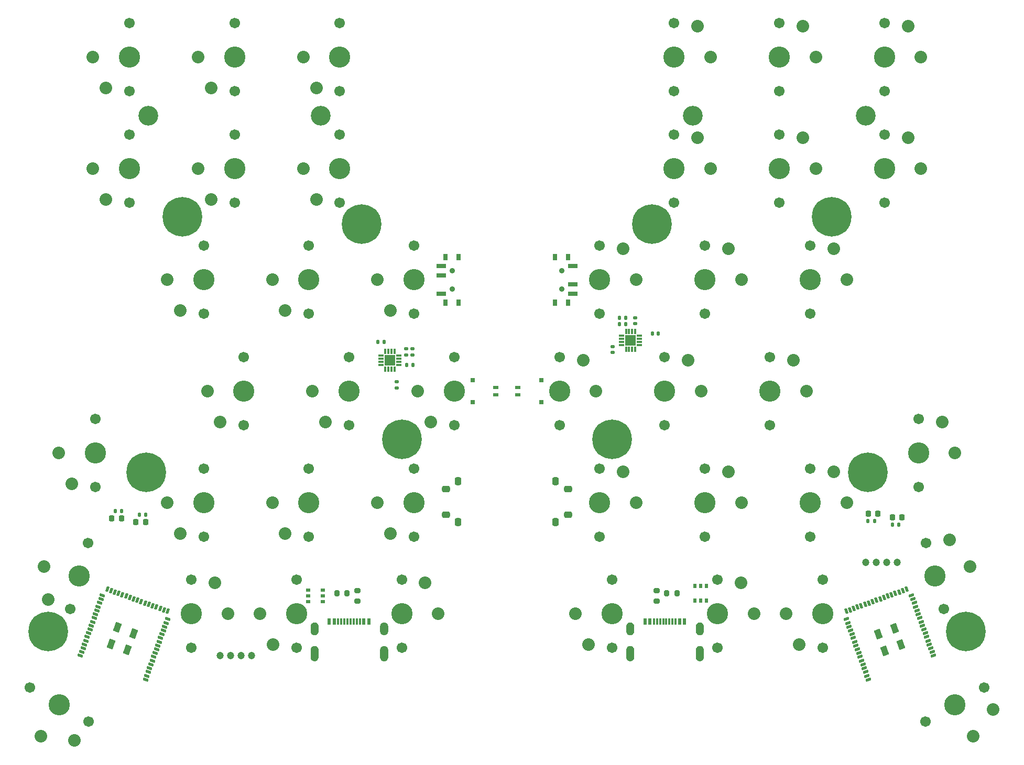
<source format=gts>
G04 #@! TF.GenerationSoftware,KiCad,Pcbnew,(6.0.4-0)*
G04 #@! TF.CreationDate,2022-11-13T14:27:22-06:00*
G04 #@! TF.ProjectId,main,6d61696e-2e6b-4696-9361-645f70636258,0.2*
G04 #@! TF.SameCoordinates,Original*
G04 #@! TF.FileFunction,Soldermask,Top*
G04 #@! TF.FilePolarity,Negative*
%FSLAX46Y46*%
G04 Gerber Fmt 4.6, Leading zero omitted, Abs format (unit mm)*
G04 Created by KiCad (PCBNEW (6.0.4-0)) date 2022-11-13 14:27:22*
%MOMM*%
%LPD*%
G01*
G04 APERTURE LIST*
G04 Aperture macros list*
%AMRoundRect*
0 Rectangle with rounded corners*
0 $1 Rounding radius*
0 $2 $3 $4 $5 $6 $7 $8 $9 X,Y pos of 4 corners*
0 Add a 4 corners polygon primitive as box body*
4,1,4,$2,$3,$4,$5,$6,$7,$8,$9,$2,$3,0*
0 Add four circle primitives for the rounded corners*
1,1,$1+$1,$2,$3*
1,1,$1+$1,$4,$5*
1,1,$1+$1,$6,$7*
1,1,$1+$1,$8,$9*
0 Add four rect primitives between the rounded corners*
20,1,$1+$1,$2,$3,$4,$5,0*
20,1,$1+$1,$4,$5,$6,$7,0*
20,1,$1+$1,$6,$7,$8,$9,0*
20,1,$1+$1,$8,$9,$2,$3,0*%
%AMRotRect*
0 Rectangle, with rotation*
0 The origin of the aperture is its center*
0 $1 length*
0 $2 width*
0 $3 Rotation angle, in degrees counterclockwise*
0 Add horizontal line*
21,1,$1,$2,0,0,$3*%
G04 Aperture macros list end*
%ADD10C,0.010000*%
%ADD11RoundRect,0.112500X0.278669X0.221147X-0.355624X-0.009716X-0.278669X-0.221147X0.355624X0.009716X0*%
%ADD12RoundRect,0.112500X-0.221147X0.278669X0.009716X-0.355624X0.221147X-0.278669X-0.009716X0.355624X0*%
%ADD13RotRect,1.000000X1.500000X200.000000*%
%ADD14RotRect,1.000000X1.500000X160.000000*%
%ADD15RoundRect,0.112500X0.355624X-0.009716X-0.278669X0.221147X-0.355624X0.009716X0.278669X-0.221147X0*%
%ADD16RoundRect,0.112500X0.009716X0.355624X-0.221147X-0.278669X-0.009716X-0.355624X0.221147X0.278669X0*%
%ADD17C,3.429000*%
%ADD18C,1.701800*%
%ADD19C,2.032000*%
%ADD20RoundRect,0.007800X-0.422200X-0.122200X0.422200X-0.122200X0.422200X0.122200X-0.422200X0.122200X0*%
%ADD21RoundRect,0.007800X0.122200X-0.422200X0.122200X0.422200X-0.122200X0.422200X-0.122200X-0.422200X0*%
%ADD22R,1.680000X1.680000*%
%ADD23C,1.200000*%
%ADD24C,0.900000*%
%ADD25R,1.500000X0.700000*%
%ADD26R,0.800000X1.000000*%
%ADD27R,0.600000X1.100000*%
%ADD28R,0.300000X1.100000*%
%ADD29RoundRect,0.218750X0.218750X0.256250X-0.218750X0.256250X-0.218750X-0.256250X0.218750X-0.256250X0*%
%ADD30RoundRect,0.140000X-0.170000X0.140000X-0.170000X-0.140000X0.170000X-0.140000X0.170000X0.140000X0*%
%ADD31R,0.800000X0.550000*%
%ADD32RoundRect,0.135000X-0.135000X-0.185000X0.135000X-0.185000X0.135000X0.185000X-0.135000X0.185000X0*%
%ADD33RoundRect,0.140000X0.140000X0.170000X-0.140000X0.170000X-0.140000X-0.170000X0.140000X-0.170000X0*%
%ADD34RoundRect,0.218750X-0.218750X-0.256250X0.218750X-0.256250X0.218750X0.256250X-0.218750X0.256250X0*%
%ADD35C,3.200000*%
%ADD36RoundRect,0.200000X0.200000X0.275000X-0.200000X0.275000X-0.200000X-0.275000X0.200000X-0.275000X0*%
%ADD37RoundRect,0.250000X-0.400000X0.250000X-0.400000X-0.250000X0.400000X-0.250000X0.400000X0.250000X0*%
%ADD38RoundRect,0.250000X-0.250000X0.400000X-0.250000X-0.400000X0.250000X-0.400000X0.250000X0.400000X0*%
%ADD39R,0.850000X0.600000*%
%ADD40R,0.800000X0.700000*%
%ADD41RoundRect,0.140000X0.170000X-0.140000X0.170000X0.140000X-0.170000X0.140000X-0.170000X-0.140000X0*%
%ADD42RoundRect,0.200000X-0.200000X-0.275000X0.200000X-0.275000X0.200000X0.275000X-0.200000X0.275000X0*%
%ADD43RoundRect,0.135000X0.135000X0.185000X-0.135000X0.185000X-0.135000X-0.185000X0.135000X-0.185000X0*%
%ADD44RoundRect,0.007800X-0.122200X0.422200X-0.122200X-0.422200X0.122200X-0.422200X0.122200X0.422200X0*%
%ADD45RoundRect,0.250000X0.400000X-0.250000X0.400000X0.250000X-0.400000X0.250000X-0.400000X-0.250000X0*%
%ADD46RoundRect,0.250000X0.250000X-0.400000X0.250000X0.400000X-0.250000X0.400000X-0.250000X-0.400000X0*%
%ADD47RoundRect,0.200000X0.275000X-0.200000X0.275000X0.200000X-0.275000X0.200000X-0.275000X-0.200000X0*%
%ADD48RoundRect,0.135000X0.185000X-0.135000X0.185000X0.135000X-0.185000X0.135000X-0.185000X-0.135000X0*%
%ADD49R,0.550000X0.800000*%
%ADD50C,6.400000*%
%ADD51C,0.800000*%
G04 APERTURE END LIST*
G36*
X189605500Y-141065500D02*
G01*
X189667500Y-141075500D01*
X189727500Y-141091500D01*
X189786500Y-141114500D01*
X189842500Y-141142500D01*
X189895500Y-141177500D01*
X189943500Y-141216500D01*
X189988500Y-141261500D01*
X190027500Y-141309500D01*
X190062500Y-141362500D01*
X190090500Y-141418500D01*
X190113500Y-141477500D01*
X190129500Y-141537500D01*
X190139500Y-141599500D01*
X190142500Y-141662500D01*
X190142500Y-142462500D01*
X190139500Y-142525500D01*
X190129500Y-142587500D01*
X190113500Y-142647500D01*
X190090500Y-142706500D01*
X190062500Y-142762500D01*
X190027500Y-142815500D01*
X189988500Y-142863500D01*
X189943500Y-142908500D01*
X189895500Y-142947500D01*
X189842500Y-142982500D01*
X189786500Y-143010500D01*
X189727500Y-143033500D01*
X189667500Y-143049500D01*
X189605500Y-143059500D01*
X189542500Y-143062500D01*
X189479500Y-143059500D01*
X189417500Y-143049500D01*
X189357500Y-143033500D01*
X189298500Y-143010500D01*
X189242500Y-142982500D01*
X189189500Y-142947500D01*
X189141500Y-142908500D01*
X189096500Y-142863500D01*
X189057500Y-142815500D01*
X189022500Y-142762500D01*
X188994500Y-142706500D01*
X188971500Y-142647500D01*
X188955500Y-142587500D01*
X188945500Y-142525500D01*
X188942500Y-142462500D01*
X188942500Y-141662500D01*
X188945500Y-141599500D01*
X188955500Y-141537500D01*
X188971500Y-141477500D01*
X188994500Y-141418500D01*
X189022500Y-141362500D01*
X189057500Y-141309500D01*
X189096500Y-141261500D01*
X189141500Y-141216500D01*
X189189500Y-141177500D01*
X189242500Y-141142500D01*
X189298500Y-141114500D01*
X189357500Y-141091500D01*
X189417500Y-141075500D01*
X189479500Y-141065500D01*
X189542500Y-141062500D01*
X189605500Y-141065500D01*
G37*
D10*
X189605500Y-141065500D02*
X189667500Y-141075500D01*
X189727500Y-141091500D01*
X189786500Y-141114500D01*
X189842500Y-141142500D01*
X189895500Y-141177500D01*
X189943500Y-141216500D01*
X189988500Y-141261500D01*
X190027500Y-141309500D01*
X190062500Y-141362500D01*
X190090500Y-141418500D01*
X190113500Y-141477500D01*
X190129500Y-141537500D01*
X190139500Y-141599500D01*
X190142500Y-141662500D01*
X190142500Y-142462500D01*
X190139500Y-142525500D01*
X190129500Y-142587500D01*
X190113500Y-142647500D01*
X190090500Y-142706500D01*
X190062500Y-142762500D01*
X190027500Y-142815500D01*
X189988500Y-142863500D01*
X189943500Y-142908500D01*
X189895500Y-142947500D01*
X189842500Y-142982500D01*
X189786500Y-143010500D01*
X189727500Y-143033500D01*
X189667500Y-143049500D01*
X189605500Y-143059500D01*
X189542500Y-143062500D01*
X189479500Y-143059500D01*
X189417500Y-143049500D01*
X189357500Y-143033500D01*
X189298500Y-143010500D01*
X189242500Y-142982500D01*
X189189500Y-142947500D01*
X189141500Y-142908500D01*
X189096500Y-142863500D01*
X189057500Y-142815500D01*
X189022500Y-142762500D01*
X188994500Y-142706500D01*
X188971500Y-142647500D01*
X188955500Y-142587500D01*
X188945500Y-142525500D01*
X188942500Y-142462500D01*
X188942500Y-141662500D01*
X188945500Y-141599500D01*
X188955500Y-141537500D01*
X188971500Y-141477500D01*
X188994500Y-141418500D01*
X189022500Y-141362500D01*
X189057500Y-141309500D01*
X189096500Y-141261500D01*
X189141500Y-141216500D01*
X189189500Y-141177500D01*
X189242500Y-141142500D01*
X189298500Y-141114500D01*
X189357500Y-141091500D01*
X189417500Y-141075500D01*
X189479500Y-141065500D01*
X189542500Y-141062500D01*
X189605500Y-141065500D01*
G36*
X200845500Y-144865500D02*
G01*
X200907500Y-144875500D01*
X200967500Y-144891500D01*
X201026500Y-144914500D01*
X201082500Y-144942500D01*
X201135500Y-144977500D01*
X201183500Y-145016500D01*
X201228500Y-145061500D01*
X201267500Y-145109500D01*
X201302500Y-145162500D01*
X201330500Y-145218500D01*
X201353500Y-145277500D01*
X201369500Y-145337500D01*
X201379500Y-145399500D01*
X201382500Y-145462500D01*
X201382500Y-146662500D01*
X201379500Y-146725500D01*
X201369500Y-146787500D01*
X201353500Y-146847500D01*
X201330500Y-146906500D01*
X201302500Y-146962500D01*
X201267500Y-147015500D01*
X201228500Y-147063500D01*
X201183500Y-147108500D01*
X201135500Y-147147500D01*
X201082500Y-147182500D01*
X201026500Y-147210500D01*
X200967500Y-147233500D01*
X200907500Y-147249500D01*
X200845500Y-147259500D01*
X200782500Y-147262500D01*
X200719500Y-147259500D01*
X200657500Y-147249500D01*
X200597500Y-147233500D01*
X200538500Y-147210500D01*
X200482500Y-147182500D01*
X200429500Y-147147500D01*
X200381500Y-147108500D01*
X200336500Y-147063500D01*
X200297500Y-147015500D01*
X200262500Y-146962500D01*
X200234500Y-146906500D01*
X200211500Y-146847500D01*
X200195500Y-146787500D01*
X200185500Y-146725500D01*
X200182500Y-146662500D01*
X200182500Y-145462500D01*
X200185500Y-145399500D01*
X200195500Y-145337500D01*
X200211500Y-145277500D01*
X200234500Y-145218500D01*
X200262500Y-145162500D01*
X200297500Y-145109500D01*
X200336500Y-145061500D01*
X200381500Y-145016500D01*
X200429500Y-144977500D01*
X200482500Y-144942500D01*
X200538500Y-144914500D01*
X200597500Y-144891500D01*
X200657500Y-144875500D01*
X200719500Y-144865500D01*
X200782500Y-144862500D01*
X200845500Y-144865500D01*
G37*
X200845500Y-144865500D02*
X200907500Y-144875500D01*
X200967500Y-144891500D01*
X201026500Y-144914500D01*
X201082500Y-144942500D01*
X201135500Y-144977500D01*
X201183500Y-145016500D01*
X201228500Y-145061500D01*
X201267500Y-145109500D01*
X201302500Y-145162500D01*
X201330500Y-145218500D01*
X201353500Y-145277500D01*
X201369500Y-145337500D01*
X201379500Y-145399500D01*
X201382500Y-145462500D01*
X201382500Y-146662500D01*
X201379500Y-146725500D01*
X201369500Y-146787500D01*
X201353500Y-146847500D01*
X201330500Y-146906500D01*
X201302500Y-146962500D01*
X201267500Y-147015500D01*
X201228500Y-147063500D01*
X201183500Y-147108500D01*
X201135500Y-147147500D01*
X201082500Y-147182500D01*
X201026500Y-147210500D01*
X200967500Y-147233500D01*
X200907500Y-147249500D01*
X200845500Y-147259500D01*
X200782500Y-147262500D01*
X200719500Y-147259500D01*
X200657500Y-147249500D01*
X200597500Y-147233500D01*
X200538500Y-147210500D01*
X200482500Y-147182500D01*
X200429500Y-147147500D01*
X200381500Y-147108500D01*
X200336500Y-147063500D01*
X200297500Y-147015500D01*
X200262500Y-146962500D01*
X200234500Y-146906500D01*
X200211500Y-146847500D01*
X200195500Y-146787500D01*
X200185500Y-146725500D01*
X200182500Y-146662500D01*
X200182500Y-145462500D01*
X200185500Y-145399500D01*
X200195500Y-145337500D01*
X200211500Y-145277500D01*
X200234500Y-145218500D01*
X200262500Y-145162500D01*
X200297500Y-145109500D01*
X200336500Y-145061500D01*
X200381500Y-145016500D01*
X200429500Y-144977500D01*
X200482500Y-144942500D01*
X200538500Y-144914500D01*
X200597500Y-144891500D01*
X200657500Y-144875500D01*
X200719500Y-144865500D01*
X200782500Y-144862500D01*
X200845500Y-144865500D01*
G36*
X189605500Y-144865500D02*
G01*
X189667500Y-144875500D01*
X189727500Y-144891500D01*
X189786500Y-144914500D01*
X189842500Y-144942500D01*
X189895500Y-144977500D01*
X189943500Y-145016500D01*
X189988500Y-145061500D01*
X190027500Y-145109500D01*
X190062500Y-145162500D01*
X190090500Y-145218500D01*
X190113500Y-145277500D01*
X190129500Y-145337500D01*
X190139500Y-145399500D01*
X190142500Y-145462500D01*
X190142500Y-146662500D01*
X190139500Y-146725500D01*
X190129500Y-146787500D01*
X190113500Y-146847500D01*
X190090500Y-146906500D01*
X190062500Y-146962500D01*
X190027500Y-147015500D01*
X189988500Y-147063500D01*
X189943500Y-147108500D01*
X189895500Y-147147500D01*
X189842500Y-147182500D01*
X189786500Y-147210500D01*
X189727500Y-147233500D01*
X189667500Y-147249500D01*
X189605500Y-147259500D01*
X189542500Y-147262500D01*
X189479500Y-147259500D01*
X189417500Y-147249500D01*
X189357500Y-147233500D01*
X189298500Y-147210500D01*
X189242500Y-147182500D01*
X189189500Y-147147500D01*
X189141500Y-147108500D01*
X189096500Y-147063500D01*
X189057500Y-147015500D01*
X189022500Y-146962500D01*
X188994500Y-146906500D01*
X188971500Y-146847500D01*
X188955500Y-146787500D01*
X188945500Y-146725500D01*
X188942500Y-146662500D01*
X188942500Y-145462500D01*
X188945500Y-145399500D01*
X188955500Y-145337500D01*
X188971500Y-145277500D01*
X188994500Y-145218500D01*
X189022500Y-145162500D01*
X189057500Y-145109500D01*
X189096500Y-145061500D01*
X189141500Y-145016500D01*
X189189500Y-144977500D01*
X189242500Y-144942500D01*
X189298500Y-144914500D01*
X189357500Y-144891500D01*
X189417500Y-144875500D01*
X189479500Y-144865500D01*
X189542500Y-144862500D01*
X189605500Y-144865500D01*
G37*
X189605500Y-144865500D02*
X189667500Y-144875500D01*
X189727500Y-144891500D01*
X189786500Y-144914500D01*
X189842500Y-144942500D01*
X189895500Y-144977500D01*
X189943500Y-145016500D01*
X189988500Y-145061500D01*
X190027500Y-145109500D01*
X190062500Y-145162500D01*
X190090500Y-145218500D01*
X190113500Y-145277500D01*
X190129500Y-145337500D01*
X190139500Y-145399500D01*
X190142500Y-145462500D01*
X190142500Y-146662500D01*
X190139500Y-146725500D01*
X190129500Y-146787500D01*
X190113500Y-146847500D01*
X190090500Y-146906500D01*
X190062500Y-146962500D01*
X190027500Y-147015500D01*
X189988500Y-147063500D01*
X189943500Y-147108500D01*
X189895500Y-147147500D01*
X189842500Y-147182500D01*
X189786500Y-147210500D01*
X189727500Y-147233500D01*
X189667500Y-147249500D01*
X189605500Y-147259500D01*
X189542500Y-147262500D01*
X189479500Y-147259500D01*
X189417500Y-147249500D01*
X189357500Y-147233500D01*
X189298500Y-147210500D01*
X189242500Y-147182500D01*
X189189500Y-147147500D01*
X189141500Y-147108500D01*
X189096500Y-147063500D01*
X189057500Y-147015500D01*
X189022500Y-146962500D01*
X188994500Y-146906500D01*
X188971500Y-146847500D01*
X188955500Y-146787500D01*
X188945500Y-146725500D01*
X188942500Y-146662500D01*
X188942500Y-145462500D01*
X188945500Y-145399500D01*
X188955500Y-145337500D01*
X188971500Y-145277500D01*
X188994500Y-145218500D01*
X189022500Y-145162500D01*
X189057500Y-145109500D01*
X189096500Y-145061500D01*
X189141500Y-145016500D01*
X189189500Y-144977500D01*
X189242500Y-144942500D01*
X189298500Y-144914500D01*
X189357500Y-144891500D01*
X189417500Y-144875500D01*
X189479500Y-144865500D01*
X189542500Y-144862500D01*
X189605500Y-144865500D01*
G36*
X200845500Y-141065500D02*
G01*
X200907500Y-141075500D01*
X200967500Y-141091500D01*
X201026500Y-141114500D01*
X201082500Y-141142500D01*
X201135500Y-141177500D01*
X201183500Y-141216500D01*
X201228500Y-141261500D01*
X201267500Y-141309500D01*
X201302500Y-141362500D01*
X201330500Y-141418500D01*
X201353500Y-141477500D01*
X201369500Y-141537500D01*
X201379500Y-141599500D01*
X201382500Y-141662500D01*
X201382500Y-142462500D01*
X201379500Y-142525500D01*
X201369500Y-142587500D01*
X201353500Y-142647500D01*
X201330500Y-142706500D01*
X201302500Y-142762500D01*
X201267500Y-142815500D01*
X201228500Y-142863500D01*
X201183500Y-142908500D01*
X201135500Y-142947500D01*
X201082500Y-142982500D01*
X201026500Y-143010500D01*
X200967500Y-143033500D01*
X200907500Y-143049500D01*
X200845500Y-143059500D01*
X200782500Y-143062500D01*
X200719500Y-143059500D01*
X200657500Y-143049500D01*
X200597500Y-143033500D01*
X200538500Y-143010500D01*
X200482500Y-142982500D01*
X200429500Y-142947500D01*
X200381500Y-142908500D01*
X200336500Y-142863500D01*
X200297500Y-142815500D01*
X200262500Y-142762500D01*
X200234500Y-142706500D01*
X200211500Y-142647500D01*
X200195500Y-142587500D01*
X200185500Y-142525500D01*
X200182500Y-142462500D01*
X200182500Y-141662500D01*
X200185500Y-141599500D01*
X200195500Y-141537500D01*
X200211500Y-141477500D01*
X200234500Y-141418500D01*
X200262500Y-141362500D01*
X200297500Y-141309500D01*
X200336500Y-141261500D01*
X200381500Y-141216500D01*
X200429500Y-141177500D01*
X200482500Y-141142500D01*
X200538500Y-141114500D01*
X200597500Y-141091500D01*
X200657500Y-141075500D01*
X200719500Y-141065500D01*
X200782500Y-141062500D01*
X200845500Y-141065500D01*
G37*
X200845500Y-141065500D02*
X200907500Y-141075500D01*
X200967500Y-141091500D01*
X201026500Y-141114500D01*
X201082500Y-141142500D01*
X201135500Y-141177500D01*
X201183500Y-141216500D01*
X201228500Y-141261500D01*
X201267500Y-141309500D01*
X201302500Y-141362500D01*
X201330500Y-141418500D01*
X201353500Y-141477500D01*
X201369500Y-141537500D01*
X201379500Y-141599500D01*
X201382500Y-141662500D01*
X201382500Y-142462500D01*
X201379500Y-142525500D01*
X201369500Y-142587500D01*
X201353500Y-142647500D01*
X201330500Y-142706500D01*
X201302500Y-142762500D01*
X201267500Y-142815500D01*
X201228500Y-142863500D01*
X201183500Y-142908500D01*
X201135500Y-142947500D01*
X201082500Y-142982500D01*
X201026500Y-143010500D01*
X200967500Y-143033500D01*
X200907500Y-143049500D01*
X200845500Y-143059500D01*
X200782500Y-143062500D01*
X200719500Y-143059500D01*
X200657500Y-143049500D01*
X200597500Y-143033500D01*
X200538500Y-143010500D01*
X200482500Y-142982500D01*
X200429500Y-142947500D01*
X200381500Y-142908500D01*
X200336500Y-142863500D01*
X200297500Y-142815500D01*
X200262500Y-142762500D01*
X200234500Y-142706500D01*
X200211500Y-142647500D01*
X200195500Y-142587500D01*
X200185500Y-142525500D01*
X200182500Y-142462500D01*
X200182500Y-141662500D01*
X200185500Y-141599500D01*
X200195500Y-141537500D01*
X200211500Y-141477500D01*
X200234500Y-141418500D01*
X200262500Y-141362500D01*
X200297500Y-141309500D01*
X200336500Y-141261500D01*
X200381500Y-141216500D01*
X200429500Y-141177500D01*
X200482500Y-141142500D01*
X200538500Y-141114500D01*
X200597500Y-141091500D01*
X200657500Y-141075500D01*
X200719500Y-141065500D01*
X200782500Y-141062500D01*
X200845500Y-141065500D01*
G36*
X149845500Y-144865500D02*
G01*
X149907500Y-144875500D01*
X149967500Y-144891500D01*
X150026500Y-144914500D01*
X150082500Y-144942500D01*
X150135500Y-144977500D01*
X150183500Y-145016500D01*
X150228500Y-145061500D01*
X150267500Y-145109500D01*
X150302500Y-145162500D01*
X150330500Y-145218500D01*
X150353500Y-145277500D01*
X150369500Y-145337500D01*
X150379500Y-145399500D01*
X150382500Y-145462500D01*
X150382500Y-146662500D01*
X150379500Y-146725500D01*
X150369500Y-146787500D01*
X150353500Y-146847500D01*
X150330500Y-146906500D01*
X150302500Y-146962500D01*
X150267500Y-147015500D01*
X150228500Y-147063500D01*
X150183500Y-147108500D01*
X150135500Y-147147500D01*
X150082500Y-147182500D01*
X150026500Y-147210500D01*
X149967500Y-147233500D01*
X149907500Y-147249500D01*
X149845500Y-147259500D01*
X149782500Y-147262500D01*
X149719500Y-147259500D01*
X149657500Y-147249500D01*
X149597500Y-147233500D01*
X149538500Y-147210500D01*
X149482500Y-147182500D01*
X149429500Y-147147500D01*
X149381500Y-147108500D01*
X149336500Y-147063500D01*
X149297500Y-147015500D01*
X149262500Y-146962500D01*
X149234500Y-146906500D01*
X149211500Y-146847500D01*
X149195500Y-146787500D01*
X149185500Y-146725500D01*
X149182500Y-146662500D01*
X149182500Y-145462500D01*
X149185500Y-145399500D01*
X149195500Y-145337500D01*
X149211500Y-145277500D01*
X149234500Y-145218500D01*
X149262500Y-145162500D01*
X149297500Y-145109500D01*
X149336500Y-145061500D01*
X149381500Y-145016500D01*
X149429500Y-144977500D01*
X149482500Y-144942500D01*
X149538500Y-144914500D01*
X149597500Y-144891500D01*
X149657500Y-144875500D01*
X149719500Y-144865500D01*
X149782500Y-144862500D01*
X149845500Y-144865500D01*
G37*
X149845500Y-144865500D02*
X149907500Y-144875500D01*
X149967500Y-144891500D01*
X150026500Y-144914500D01*
X150082500Y-144942500D01*
X150135500Y-144977500D01*
X150183500Y-145016500D01*
X150228500Y-145061500D01*
X150267500Y-145109500D01*
X150302500Y-145162500D01*
X150330500Y-145218500D01*
X150353500Y-145277500D01*
X150369500Y-145337500D01*
X150379500Y-145399500D01*
X150382500Y-145462500D01*
X150382500Y-146662500D01*
X150379500Y-146725500D01*
X150369500Y-146787500D01*
X150353500Y-146847500D01*
X150330500Y-146906500D01*
X150302500Y-146962500D01*
X150267500Y-147015500D01*
X150228500Y-147063500D01*
X150183500Y-147108500D01*
X150135500Y-147147500D01*
X150082500Y-147182500D01*
X150026500Y-147210500D01*
X149967500Y-147233500D01*
X149907500Y-147249500D01*
X149845500Y-147259500D01*
X149782500Y-147262500D01*
X149719500Y-147259500D01*
X149657500Y-147249500D01*
X149597500Y-147233500D01*
X149538500Y-147210500D01*
X149482500Y-147182500D01*
X149429500Y-147147500D01*
X149381500Y-147108500D01*
X149336500Y-147063500D01*
X149297500Y-147015500D01*
X149262500Y-146962500D01*
X149234500Y-146906500D01*
X149211500Y-146847500D01*
X149195500Y-146787500D01*
X149185500Y-146725500D01*
X149182500Y-146662500D01*
X149182500Y-145462500D01*
X149185500Y-145399500D01*
X149195500Y-145337500D01*
X149211500Y-145277500D01*
X149234500Y-145218500D01*
X149262500Y-145162500D01*
X149297500Y-145109500D01*
X149336500Y-145061500D01*
X149381500Y-145016500D01*
X149429500Y-144977500D01*
X149482500Y-144942500D01*
X149538500Y-144914500D01*
X149597500Y-144891500D01*
X149657500Y-144875500D01*
X149719500Y-144865500D01*
X149782500Y-144862500D01*
X149845500Y-144865500D01*
G36*
X138605500Y-144865500D02*
G01*
X138667500Y-144875500D01*
X138727500Y-144891500D01*
X138786500Y-144914500D01*
X138842500Y-144942500D01*
X138895500Y-144977500D01*
X138943500Y-145016500D01*
X138988500Y-145061500D01*
X139027500Y-145109500D01*
X139062500Y-145162500D01*
X139090500Y-145218500D01*
X139113500Y-145277500D01*
X139129500Y-145337500D01*
X139139500Y-145399500D01*
X139142500Y-145462500D01*
X139142500Y-146662500D01*
X139139500Y-146725500D01*
X139129500Y-146787500D01*
X139113500Y-146847500D01*
X139090500Y-146906500D01*
X139062500Y-146962500D01*
X139027500Y-147015500D01*
X138988500Y-147063500D01*
X138943500Y-147108500D01*
X138895500Y-147147500D01*
X138842500Y-147182500D01*
X138786500Y-147210500D01*
X138727500Y-147233500D01*
X138667500Y-147249500D01*
X138605500Y-147259500D01*
X138542500Y-147262500D01*
X138479500Y-147259500D01*
X138417500Y-147249500D01*
X138357500Y-147233500D01*
X138298500Y-147210500D01*
X138242500Y-147182500D01*
X138189500Y-147147500D01*
X138141500Y-147108500D01*
X138096500Y-147063500D01*
X138057500Y-147015500D01*
X138022500Y-146962500D01*
X137994500Y-146906500D01*
X137971500Y-146847500D01*
X137955500Y-146787500D01*
X137945500Y-146725500D01*
X137942500Y-146662500D01*
X137942500Y-145462500D01*
X137945500Y-145399500D01*
X137955500Y-145337500D01*
X137971500Y-145277500D01*
X137994500Y-145218500D01*
X138022500Y-145162500D01*
X138057500Y-145109500D01*
X138096500Y-145061500D01*
X138141500Y-145016500D01*
X138189500Y-144977500D01*
X138242500Y-144942500D01*
X138298500Y-144914500D01*
X138357500Y-144891500D01*
X138417500Y-144875500D01*
X138479500Y-144865500D01*
X138542500Y-144862500D01*
X138605500Y-144865500D01*
G37*
X138605500Y-144865500D02*
X138667500Y-144875500D01*
X138727500Y-144891500D01*
X138786500Y-144914500D01*
X138842500Y-144942500D01*
X138895500Y-144977500D01*
X138943500Y-145016500D01*
X138988500Y-145061500D01*
X139027500Y-145109500D01*
X139062500Y-145162500D01*
X139090500Y-145218500D01*
X139113500Y-145277500D01*
X139129500Y-145337500D01*
X139139500Y-145399500D01*
X139142500Y-145462500D01*
X139142500Y-146662500D01*
X139139500Y-146725500D01*
X139129500Y-146787500D01*
X139113500Y-146847500D01*
X139090500Y-146906500D01*
X139062500Y-146962500D01*
X139027500Y-147015500D01*
X138988500Y-147063500D01*
X138943500Y-147108500D01*
X138895500Y-147147500D01*
X138842500Y-147182500D01*
X138786500Y-147210500D01*
X138727500Y-147233500D01*
X138667500Y-147249500D01*
X138605500Y-147259500D01*
X138542500Y-147262500D01*
X138479500Y-147259500D01*
X138417500Y-147249500D01*
X138357500Y-147233500D01*
X138298500Y-147210500D01*
X138242500Y-147182500D01*
X138189500Y-147147500D01*
X138141500Y-147108500D01*
X138096500Y-147063500D01*
X138057500Y-147015500D01*
X138022500Y-146962500D01*
X137994500Y-146906500D01*
X137971500Y-146847500D01*
X137955500Y-146787500D01*
X137945500Y-146725500D01*
X137942500Y-146662500D01*
X137942500Y-145462500D01*
X137945500Y-145399500D01*
X137955500Y-145337500D01*
X137971500Y-145277500D01*
X137994500Y-145218500D01*
X138022500Y-145162500D01*
X138057500Y-145109500D01*
X138096500Y-145061500D01*
X138141500Y-145016500D01*
X138189500Y-144977500D01*
X138242500Y-144942500D01*
X138298500Y-144914500D01*
X138357500Y-144891500D01*
X138417500Y-144875500D01*
X138479500Y-144865500D01*
X138542500Y-144862500D01*
X138605500Y-144865500D01*
G36*
X138605500Y-141065500D02*
G01*
X138667500Y-141075500D01*
X138727500Y-141091500D01*
X138786500Y-141114500D01*
X138842500Y-141142500D01*
X138895500Y-141177500D01*
X138943500Y-141216500D01*
X138988500Y-141261500D01*
X139027500Y-141309500D01*
X139062500Y-141362500D01*
X139090500Y-141418500D01*
X139113500Y-141477500D01*
X139129500Y-141537500D01*
X139139500Y-141599500D01*
X139142500Y-141662500D01*
X139142500Y-142462500D01*
X139139500Y-142525500D01*
X139129500Y-142587500D01*
X139113500Y-142647500D01*
X139090500Y-142706500D01*
X139062500Y-142762500D01*
X139027500Y-142815500D01*
X138988500Y-142863500D01*
X138943500Y-142908500D01*
X138895500Y-142947500D01*
X138842500Y-142982500D01*
X138786500Y-143010500D01*
X138727500Y-143033500D01*
X138667500Y-143049500D01*
X138605500Y-143059500D01*
X138542500Y-143062500D01*
X138479500Y-143059500D01*
X138417500Y-143049500D01*
X138357500Y-143033500D01*
X138298500Y-143010500D01*
X138242500Y-142982500D01*
X138189500Y-142947500D01*
X138141500Y-142908500D01*
X138096500Y-142863500D01*
X138057500Y-142815500D01*
X138022500Y-142762500D01*
X137994500Y-142706500D01*
X137971500Y-142647500D01*
X137955500Y-142587500D01*
X137945500Y-142525500D01*
X137942500Y-142462500D01*
X137942500Y-141662500D01*
X137945500Y-141599500D01*
X137955500Y-141537500D01*
X137971500Y-141477500D01*
X137994500Y-141418500D01*
X138022500Y-141362500D01*
X138057500Y-141309500D01*
X138096500Y-141261500D01*
X138141500Y-141216500D01*
X138189500Y-141177500D01*
X138242500Y-141142500D01*
X138298500Y-141114500D01*
X138357500Y-141091500D01*
X138417500Y-141075500D01*
X138479500Y-141065500D01*
X138542500Y-141062500D01*
X138605500Y-141065500D01*
G37*
X138605500Y-141065500D02*
X138667500Y-141075500D01*
X138727500Y-141091500D01*
X138786500Y-141114500D01*
X138842500Y-141142500D01*
X138895500Y-141177500D01*
X138943500Y-141216500D01*
X138988500Y-141261500D01*
X139027500Y-141309500D01*
X139062500Y-141362500D01*
X139090500Y-141418500D01*
X139113500Y-141477500D01*
X139129500Y-141537500D01*
X139139500Y-141599500D01*
X139142500Y-141662500D01*
X139142500Y-142462500D01*
X139139500Y-142525500D01*
X139129500Y-142587500D01*
X139113500Y-142647500D01*
X139090500Y-142706500D01*
X139062500Y-142762500D01*
X139027500Y-142815500D01*
X138988500Y-142863500D01*
X138943500Y-142908500D01*
X138895500Y-142947500D01*
X138842500Y-142982500D01*
X138786500Y-143010500D01*
X138727500Y-143033500D01*
X138667500Y-143049500D01*
X138605500Y-143059500D01*
X138542500Y-143062500D01*
X138479500Y-143059500D01*
X138417500Y-143049500D01*
X138357500Y-143033500D01*
X138298500Y-143010500D01*
X138242500Y-142982500D01*
X138189500Y-142947500D01*
X138141500Y-142908500D01*
X138096500Y-142863500D01*
X138057500Y-142815500D01*
X138022500Y-142762500D01*
X137994500Y-142706500D01*
X137971500Y-142647500D01*
X137955500Y-142587500D01*
X137945500Y-142525500D01*
X137942500Y-142462500D01*
X137942500Y-141662500D01*
X137945500Y-141599500D01*
X137955500Y-141537500D01*
X137971500Y-141477500D01*
X137994500Y-141418500D01*
X138022500Y-141362500D01*
X138057500Y-141309500D01*
X138096500Y-141261500D01*
X138141500Y-141216500D01*
X138189500Y-141177500D01*
X138242500Y-141142500D01*
X138298500Y-141114500D01*
X138357500Y-141091500D01*
X138417500Y-141075500D01*
X138479500Y-141065500D01*
X138542500Y-141062500D01*
X138605500Y-141065500D01*
G36*
X149845500Y-141065500D02*
G01*
X149907500Y-141075500D01*
X149967500Y-141091500D01*
X150026500Y-141114500D01*
X150082500Y-141142500D01*
X150135500Y-141177500D01*
X150183500Y-141216500D01*
X150228500Y-141261500D01*
X150267500Y-141309500D01*
X150302500Y-141362500D01*
X150330500Y-141418500D01*
X150353500Y-141477500D01*
X150369500Y-141537500D01*
X150379500Y-141599500D01*
X150382500Y-141662500D01*
X150382500Y-142462500D01*
X150379500Y-142525500D01*
X150369500Y-142587500D01*
X150353500Y-142647500D01*
X150330500Y-142706500D01*
X150302500Y-142762500D01*
X150267500Y-142815500D01*
X150228500Y-142863500D01*
X150183500Y-142908500D01*
X150135500Y-142947500D01*
X150082500Y-142982500D01*
X150026500Y-143010500D01*
X149967500Y-143033500D01*
X149907500Y-143049500D01*
X149845500Y-143059500D01*
X149782500Y-143062500D01*
X149719500Y-143059500D01*
X149657500Y-143049500D01*
X149597500Y-143033500D01*
X149538500Y-143010500D01*
X149482500Y-142982500D01*
X149429500Y-142947500D01*
X149381500Y-142908500D01*
X149336500Y-142863500D01*
X149297500Y-142815500D01*
X149262500Y-142762500D01*
X149234500Y-142706500D01*
X149211500Y-142647500D01*
X149195500Y-142587500D01*
X149185500Y-142525500D01*
X149182500Y-142462500D01*
X149182500Y-141662500D01*
X149185500Y-141599500D01*
X149195500Y-141537500D01*
X149211500Y-141477500D01*
X149234500Y-141418500D01*
X149262500Y-141362500D01*
X149297500Y-141309500D01*
X149336500Y-141261500D01*
X149381500Y-141216500D01*
X149429500Y-141177500D01*
X149482500Y-141142500D01*
X149538500Y-141114500D01*
X149597500Y-141091500D01*
X149657500Y-141075500D01*
X149719500Y-141065500D01*
X149782500Y-141062500D01*
X149845500Y-141065500D01*
G37*
X149845500Y-141065500D02*
X149907500Y-141075500D01*
X149967500Y-141091500D01*
X150026500Y-141114500D01*
X150082500Y-141142500D01*
X150135500Y-141177500D01*
X150183500Y-141216500D01*
X150228500Y-141261500D01*
X150267500Y-141309500D01*
X150302500Y-141362500D01*
X150330500Y-141418500D01*
X150353500Y-141477500D01*
X150369500Y-141537500D01*
X150379500Y-141599500D01*
X150382500Y-141662500D01*
X150382500Y-142462500D01*
X150379500Y-142525500D01*
X150369500Y-142587500D01*
X150353500Y-142647500D01*
X150330500Y-142706500D01*
X150302500Y-142762500D01*
X150267500Y-142815500D01*
X150228500Y-142863500D01*
X150183500Y-142908500D01*
X150135500Y-142947500D01*
X150082500Y-142982500D01*
X150026500Y-143010500D01*
X149967500Y-143033500D01*
X149907500Y-143049500D01*
X149845500Y-143059500D01*
X149782500Y-143062500D01*
X149719500Y-143059500D01*
X149657500Y-143049500D01*
X149597500Y-143033500D01*
X149538500Y-143010500D01*
X149482500Y-142982500D01*
X149429500Y-142947500D01*
X149381500Y-142908500D01*
X149336500Y-142863500D01*
X149297500Y-142815500D01*
X149262500Y-142762500D01*
X149234500Y-142706500D01*
X149211500Y-142647500D01*
X149195500Y-142587500D01*
X149185500Y-142525500D01*
X149182500Y-142462500D01*
X149182500Y-141662500D01*
X149185500Y-141599500D01*
X149195500Y-141537500D01*
X149211500Y-141477500D01*
X149234500Y-141418500D01*
X149262500Y-141362500D01*
X149297500Y-141309500D01*
X149336500Y-141261500D01*
X149381500Y-141216500D01*
X149429500Y-141177500D01*
X149482500Y-141142500D01*
X149538500Y-141114500D01*
X149597500Y-141091500D01*
X149657500Y-141075500D01*
X149719500Y-141065500D01*
X149782500Y-141062500D01*
X149845500Y-141065500D01*
D11*
X228060484Y-150290860D03*
X227838171Y-149680060D03*
X227615858Y-149069260D03*
X227393544Y-148458459D03*
X227171232Y-147847660D03*
X226948918Y-147236859D03*
X226726605Y-146626059D03*
X226504292Y-146015259D03*
X226281979Y-145404458D03*
X226059666Y-144793658D03*
X225837353Y-144182858D03*
X225615040Y-143572058D03*
X225392727Y-142961257D03*
X225170414Y-142350457D03*
X224948100Y-141739657D03*
X224725787Y-141128857D03*
X224503474Y-140518057D03*
D12*
X224468927Y-139253617D03*
X225079727Y-139031304D03*
X225690528Y-138808991D03*
X226301328Y-138586678D03*
X226912128Y-138364365D03*
X227522928Y-138142052D03*
X228133728Y-137919739D03*
X228744529Y-137697426D03*
X229355329Y-137475113D03*
X229966129Y-137252800D03*
X230576929Y-137030487D03*
X231187729Y-136808173D03*
X231798530Y-136585860D03*
X232409330Y-136363547D03*
X233020129Y-136141235D03*
X233630930Y-135918921D03*
X234241730Y-135696608D03*
D11*
X235028032Y-136687431D03*
X235250345Y-137298231D03*
X235472658Y-137909031D03*
X235694971Y-138519832D03*
X235917284Y-139130632D03*
X236139597Y-139741432D03*
X236361910Y-140352232D03*
X236584223Y-140963032D03*
X236806536Y-141573833D03*
X237028849Y-142184633D03*
X237251163Y-142795433D03*
X237473476Y-143406233D03*
X237695789Y-144017034D03*
X237918102Y-144627834D03*
X238140415Y-145238634D03*
X238362728Y-145849434D03*
X238585041Y-146460234D03*
D13*
X233300308Y-144659098D03*
X232325550Y-141980974D03*
X229694411Y-142938630D03*
X230669168Y-145616754D03*
D14*
X106717542Y-141878368D03*
X109348681Y-142836024D03*
X105742784Y-144556492D03*
X108373924Y-145514148D03*
D15*
X100739959Y-146460234D03*
X100962272Y-145849434D03*
X101184585Y-145238634D03*
X101406898Y-144627834D03*
X101629211Y-144017034D03*
X101851524Y-143406233D03*
X102073837Y-142795433D03*
X102296151Y-142184633D03*
X102518464Y-141573833D03*
X102740777Y-140963032D03*
X102963090Y-140352232D03*
X103185403Y-139741432D03*
X103407716Y-139130632D03*
X103630029Y-138519832D03*
X103852342Y-137909031D03*
X104074655Y-137298231D03*
X104296968Y-136687431D03*
D16*
X105083270Y-135696608D03*
X105694070Y-135918921D03*
X106304870Y-136141234D03*
X106915670Y-136363547D03*
X107526470Y-136585860D03*
X108137271Y-136808173D03*
X108748071Y-137030487D03*
X109358871Y-137252800D03*
X109969671Y-137475113D03*
X110580471Y-137697426D03*
X111191272Y-137919739D03*
X111802072Y-138142052D03*
X112412872Y-138364365D03*
X113023672Y-138586678D03*
X113634471Y-138808991D03*
X114245273Y-139031304D03*
X114856073Y-139253617D03*
D15*
X114821526Y-140518057D03*
X114599213Y-141128857D03*
X114376900Y-141739657D03*
X114154586Y-142350457D03*
X113932273Y-142961257D03*
X113709960Y-143572058D03*
X113487647Y-144182858D03*
X113265334Y-144793658D03*
X113043021Y-145404458D03*
X112820708Y-146015259D03*
X112598395Y-146626059D03*
X112376082Y-147236859D03*
X112153769Y-147847659D03*
X111931456Y-148458459D03*
X111709142Y-149069260D03*
X111486829Y-149680060D03*
X111264516Y-150290860D03*
D17*
X125662500Y-49662500D03*
D18*
X125662500Y-44162500D03*
X125662500Y-55162500D03*
D19*
X121862500Y-54662500D03*
X119762500Y-49662500D03*
X119762500Y-49662500D03*
D18*
X125662500Y-55162500D03*
D17*
X125662500Y-49662500D03*
D18*
X125662500Y-44162500D03*
X120662500Y-116162500D03*
D17*
X120662500Y-121662500D03*
D18*
X120662500Y-127162500D03*
D17*
X120662500Y-121662500D03*
D18*
X120662500Y-127162500D03*
X120662500Y-116162500D03*
D19*
X116862500Y-126662500D03*
X114762500Y-121662500D03*
X114762500Y-121662500D03*
D18*
X137662500Y-80162500D03*
D17*
X137662500Y-85662500D03*
D18*
X137662500Y-91162500D03*
D19*
X133862500Y-90662500D03*
X131762500Y-85662500D03*
X131762500Y-85662500D03*
D17*
X100542500Y-133542500D03*
D18*
X101966005Y-128229908D03*
X99118995Y-138855092D03*
D20*
X188213402Y-94712500D03*
X188213402Y-95212500D03*
X188213402Y-95712500D03*
X188213402Y-96212500D03*
D21*
X188898402Y-96897500D03*
X189398402Y-96897500D03*
X189898402Y-96897500D03*
X190398402Y-96897500D03*
D20*
X191083402Y-96212500D03*
X191083402Y-95712500D03*
X191083402Y-95212500D03*
X191083402Y-94712500D03*
D21*
X190398402Y-94027500D03*
X189898402Y-94027500D03*
X189398402Y-94027500D03*
X188898402Y-94027500D03*
D22*
X189648402Y-95462500D03*
D23*
X232712500Y-131387500D03*
X227612500Y-131387500D03*
D24*
X178514500Y-84162500D03*
X178514500Y-87162500D03*
D25*
X180264500Y-83412500D03*
X180264500Y-86412500D03*
X180264500Y-87912500D03*
D26*
X179564500Y-82012500D03*
X177464500Y-82012500D03*
X177464500Y-89312500D03*
X179564500Y-89312500D03*
D27*
X191962500Y-140912500D03*
X192762500Y-140912500D03*
D28*
X193912500Y-140912500D03*
X194912500Y-140912500D03*
X195412500Y-140912500D03*
X196412500Y-140912500D03*
D27*
X198362500Y-140912500D03*
X197562500Y-140912500D03*
D28*
X196912500Y-140912500D03*
X195912500Y-140912500D03*
X194412500Y-140912500D03*
X193412500Y-140912500D03*
D29*
X107400000Y-124262500D03*
X105825000Y-124262500D03*
D30*
X186710902Y-96432500D03*
X186710902Y-97392500D03*
D31*
X137545187Y-135807266D03*
X137545187Y-136757266D03*
X137545187Y-137707266D03*
X139945187Y-137707266D03*
X139945187Y-136757266D03*
X139945187Y-135807266D03*
D32*
X228012500Y-124692500D03*
X229032500Y-124692500D03*
D33*
X154438750Y-99425000D03*
X153478750Y-99425000D03*
D27*
X140962500Y-140912500D03*
X141762500Y-140912500D03*
D28*
X142912500Y-140912500D03*
X143912500Y-140912500D03*
X144412500Y-140912500D03*
X145412500Y-140912500D03*
D27*
X147362500Y-140912500D03*
X146562500Y-140912500D03*
D28*
X145912500Y-140912500D03*
X144912500Y-140912500D03*
X143412500Y-140912500D03*
X142412500Y-140912500D03*
D34*
X233500000Y-124092500D03*
X231925000Y-124092500D03*
D35*
X139612500Y-59162500D03*
D36*
X197137500Y-136362500D03*
X195487500Y-136362500D03*
D37*
X179512500Y-119517500D03*
X179512500Y-123617500D03*
D38*
X177512500Y-124867500D03*
X177512500Y-118267500D03*
D39*
X171425000Y-104262500D03*
X171425000Y-103062500D03*
D40*
X175200000Y-105412500D03*
X175200000Y-101912500D03*
D41*
X151845187Y-103117266D03*
X151845187Y-102157266D03*
D42*
X142187500Y-136362500D03*
X143837500Y-136362500D03*
D23*
X123345187Y-146407266D03*
D24*
X160812500Y-84162500D03*
X160812500Y-87162500D03*
D25*
X159062500Y-87912500D03*
X159062500Y-84912500D03*
X159062500Y-83412500D03*
D26*
X159762500Y-89312500D03*
X161862500Y-89312500D03*
X161862500Y-82012500D03*
X159762500Y-82012500D03*
D32*
X232932500Y-125292500D03*
X231912500Y-125292500D03*
D43*
X107412500Y-123062500D03*
X106392500Y-123062500D03*
D44*
X151512500Y-97227500D03*
X151012500Y-97227500D03*
X150512500Y-97227500D03*
X150012500Y-97227500D03*
D20*
X149327500Y-97912500D03*
X149327500Y-98412500D03*
X149327500Y-98912500D03*
X149327500Y-99412500D03*
D44*
X150012500Y-100097500D03*
X150512500Y-100097500D03*
X151012500Y-100097500D03*
X151512500Y-100097500D03*
D20*
X152197500Y-99412500D03*
X152197500Y-98912500D03*
X152197500Y-98412500D03*
X152197500Y-97912500D03*
D22*
X150762500Y-98662500D03*
D45*
X159787500Y-123617500D03*
X159787500Y-119517500D03*
D46*
X161787500Y-118267500D03*
X161787500Y-124867500D03*
D43*
X110292500Y-123662500D03*
X111312500Y-123662500D03*
D47*
X145512500Y-137587500D03*
X145512500Y-135937500D03*
D29*
X109725000Y-124862500D03*
X111300000Y-124862500D03*
D48*
X153412500Y-97835000D03*
X153412500Y-96815000D03*
D49*
X201912500Y-135162500D03*
X200962500Y-135162500D03*
X200012500Y-135162500D03*
X200012500Y-137562500D03*
X200962500Y-137562500D03*
X201912500Y-137562500D03*
D35*
X111712500Y-59162500D03*
D43*
X188820902Y-92812500D03*
X187800902Y-92812500D03*
D50*
X111362500Y-116762500D03*
D51*
X113059556Y-115065444D03*
X111362500Y-119162500D03*
X109665444Y-118459556D03*
X109665444Y-115065444D03*
X113762500Y-116762500D03*
X111362500Y-114362500D03*
X113059556Y-118459556D03*
X108962500Y-116762500D03*
D39*
X167900000Y-103062500D03*
X167900000Y-104262500D03*
D40*
X164125000Y-101912500D03*
X164125000Y-105412500D03*
D23*
X231012500Y-131387500D03*
D51*
X150965444Y-109715444D03*
X150262500Y-111412500D03*
D50*
X152662500Y-111412500D03*
D51*
X150965444Y-113109556D03*
X152662500Y-113812500D03*
X155062500Y-111412500D03*
X154359556Y-109715444D03*
X154359556Y-113109556D03*
X152662500Y-109012500D03*
X144515444Y-74965444D03*
X147909556Y-78359556D03*
X146212500Y-74262500D03*
X143812500Y-76662500D03*
X144515444Y-78359556D03*
D50*
X146212500Y-76662500D03*
D51*
X147909556Y-74965444D03*
X148612500Y-76662500D03*
X146212500Y-79062500D03*
D48*
X154412500Y-97835000D03*
X154412500Y-96815000D03*
D23*
X125045187Y-146407266D03*
D34*
X228025000Y-123492500D03*
X229600000Y-123492500D03*
D23*
X229312500Y-131387500D03*
X126745187Y-146407266D03*
D33*
X149792500Y-95725000D03*
X148832500Y-95725000D03*
D51*
X97912500Y-142562500D03*
X95512500Y-140162500D03*
X95512500Y-144962500D03*
X93815444Y-144259556D03*
X97209556Y-144259556D03*
D50*
X95512500Y-142562500D03*
D51*
X93112500Y-142562500D03*
X93815444Y-140865444D03*
X97209556Y-140865444D03*
D47*
X193812500Y-137587500D03*
X193812500Y-135937500D03*
D33*
X194103168Y-94379813D03*
X193143168Y-94379813D03*
D23*
X128445187Y-146407266D03*
D51*
X119595187Y-75507266D03*
X117195187Y-73107266D03*
X117195187Y-77907266D03*
D50*
X117195187Y-75507266D03*
D51*
X115498131Y-73810210D03*
X118892243Y-77204322D03*
X115498131Y-77204322D03*
X118892243Y-73810210D03*
X114795187Y-75507266D03*
D43*
X188820902Y-91812500D03*
X187800902Y-91812500D03*
D30*
X190410902Y-91786250D03*
X190410902Y-92746250D03*
D18*
X161162500Y-109162500D03*
X161162500Y-98162500D03*
D17*
X161162500Y-103662500D03*
D18*
X201662500Y-116162500D03*
D17*
X201662500Y-121662500D03*
D18*
X201662500Y-127162500D03*
D19*
X205462500Y-116662500D03*
X207562500Y-121662500D03*
X207562500Y-121662500D03*
D35*
X199712500Y-59162500D03*
D18*
X154662500Y-116162500D03*
X154662500Y-127162500D03*
D17*
X154662500Y-121662500D03*
D18*
X101966005Y-128229908D03*
D17*
X100542500Y-133542500D03*
D18*
X99118995Y-138855092D03*
D19*
X95577887Y-137388617D03*
X94843538Y-132015468D03*
X94843538Y-132015468D03*
D18*
X230662500Y-73162500D03*
X230662500Y-62162500D03*
D17*
X230662500Y-67662500D03*
X184662500Y-121662500D03*
D18*
X184662500Y-116162500D03*
X184662500Y-127162500D03*
D19*
X188462500Y-116662500D03*
X190562500Y-121662500D03*
X190562500Y-121662500D03*
D18*
X196662500Y-55162500D03*
X196662500Y-44162500D03*
D17*
X196662500Y-49662500D03*
D18*
X195162500Y-109162500D03*
X195162500Y-98162500D03*
D17*
X195162500Y-103662500D03*
D19*
X198962500Y-98662500D03*
X201062500Y-103662500D03*
X201062500Y-103662500D03*
D17*
X142662500Y-67662500D03*
D18*
X142662500Y-73162500D03*
X142662500Y-62162500D03*
D19*
X138862500Y-72662500D03*
X136762500Y-67662500D03*
X136762500Y-67662500D03*
D17*
X184662500Y-121662500D03*
D18*
X184662500Y-127162500D03*
X184662500Y-116162500D03*
X108662500Y-62162500D03*
X108662500Y-73162500D03*
D17*
X108662500Y-67662500D03*
D18*
X220662500Y-134162500D03*
D17*
X220662500Y-139662500D03*
D18*
X220662500Y-145162500D03*
X236162500Y-119162500D03*
D17*
X236162500Y-113662500D03*
D18*
X236162500Y-108162500D03*
X218662500Y-127162500D03*
D17*
X218662500Y-121662500D03*
D18*
X218662500Y-116162500D03*
D19*
X222462500Y-116662500D03*
X224562500Y-121662500D03*
X224562500Y-121662500D03*
D51*
X189062500Y-111412500D03*
X186662500Y-109012500D03*
X184965444Y-109715444D03*
X186662500Y-113812500D03*
D50*
X186662500Y-111412500D03*
D51*
X188359556Y-109715444D03*
X184965444Y-113109556D03*
X184262500Y-111412500D03*
X188359556Y-113109556D03*
D18*
X203662500Y-145162500D03*
X203662500Y-134162500D03*
D17*
X203662500Y-139662500D03*
D19*
X207462500Y-134662500D03*
X209562500Y-139662500D03*
X209562500Y-139662500D03*
D17*
X230662500Y-67662500D03*
D18*
X230662500Y-62162500D03*
X230662500Y-73162500D03*
D19*
X234462500Y-62662500D03*
X236562500Y-67662500D03*
X236562500Y-67662500D03*
D18*
X201662500Y-80162500D03*
X201662500Y-91162500D03*
D17*
X201662500Y-85662500D03*
D19*
X205462500Y-80662500D03*
X207562500Y-85662500D03*
X207562500Y-85662500D03*
D17*
X152662500Y-139662500D03*
D18*
X152662500Y-134162500D03*
X152662500Y-145162500D03*
D17*
X108662500Y-67662500D03*
D18*
X108662500Y-62162500D03*
X108662500Y-73162500D03*
D19*
X104862500Y-72662500D03*
X102762500Y-67662500D03*
X102762500Y-67662500D03*
D18*
X92553589Y-151611284D03*
X102079869Y-157111284D03*
D17*
X97316729Y-154361284D03*
D18*
X154662500Y-127162500D03*
D17*
X154662500Y-121662500D03*
D18*
X154662500Y-116162500D03*
D19*
X150862500Y-126662500D03*
X148762500Y-121662500D03*
X148762500Y-121662500D03*
D18*
X142662500Y-62162500D03*
X142662500Y-73162500D03*
D17*
X142662500Y-67662500D03*
D18*
X237245131Y-157111284D03*
X246771411Y-151611284D03*
D17*
X242008271Y-154361284D03*
D18*
X201662500Y-91162500D03*
X201662500Y-80162500D03*
D17*
X201662500Y-85662500D03*
D18*
X203662500Y-134162500D03*
X203662500Y-145162500D03*
D17*
X203662500Y-139662500D03*
D18*
X161162500Y-98162500D03*
D17*
X161162500Y-103662500D03*
D18*
X161162500Y-109162500D03*
D19*
X157362500Y-108662500D03*
X155262500Y-103662500D03*
X155262500Y-103662500D03*
D18*
X230662500Y-44162500D03*
D17*
X230662500Y-49662500D03*
D18*
X230662500Y-55162500D03*
D19*
X234462500Y-44662500D03*
X236562500Y-49662500D03*
X236562500Y-49662500D03*
D17*
X236162500Y-113662500D03*
D18*
X236162500Y-119162500D03*
X236162500Y-108162500D03*
D19*
X239962500Y-108662500D03*
X242062500Y-113662500D03*
X242062500Y-113662500D03*
D18*
X135662500Y-134162500D03*
X135662500Y-145162500D03*
D17*
X135662500Y-139662500D03*
D19*
X131862500Y-144662500D03*
X129762500Y-139662500D03*
X129762500Y-139662500D03*
D18*
X103162500Y-119162500D03*
X103162500Y-108162500D03*
D17*
X103162500Y-113662500D03*
D18*
X118662500Y-145162500D03*
D17*
X118662500Y-139662500D03*
D18*
X118662500Y-134162500D03*
D19*
X122462500Y-134662500D03*
X124562500Y-139662500D03*
X124562500Y-139662500D03*
D18*
X125662500Y-73162500D03*
X125662500Y-62162500D03*
D17*
X125662500Y-67662500D03*
D19*
X121862500Y-72662500D03*
X119762500Y-67662500D03*
X119762500Y-67662500D03*
D17*
X212162500Y-103662500D03*
D18*
X212162500Y-109162500D03*
X212162500Y-98162500D03*
D17*
X213662500Y-49662500D03*
D18*
X213662500Y-55162500D03*
X213662500Y-44162500D03*
D19*
X217462500Y-44662500D03*
X219562500Y-49662500D03*
X219562500Y-49662500D03*
D51*
X230362500Y-116762500D03*
X229659556Y-115065444D03*
X227962500Y-119162500D03*
X229659556Y-118459556D03*
D50*
X227962500Y-116762500D03*
D51*
X226265444Y-118459556D03*
X225562500Y-116762500D03*
X227962500Y-114362500D03*
X226265444Y-115065444D03*
D18*
X108662500Y-55162500D03*
D17*
X108662500Y-49662500D03*
D18*
X108662500Y-44162500D03*
D19*
X104862500Y-54662500D03*
X102762500Y-49662500D03*
X102762500Y-49662500D03*
D18*
X230662500Y-44162500D03*
X230662500Y-55162500D03*
D17*
X230662500Y-49662500D03*
D18*
X178162500Y-98162500D03*
X178162500Y-109162500D03*
D17*
X178162500Y-103662500D03*
X118662500Y-139662500D03*
D18*
X118662500Y-145162500D03*
X118662500Y-134162500D03*
X142662500Y-55162500D03*
X142662500Y-44162500D03*
D17*
X142662500Y-49662500D03*
D19*
X138862500Y-54662500D03*
X136762500Y-49662500D03*
X136762500Y-49662500D03*
D35*
X227612500Y-59162500D03*
D18*
X152662500Y-134162500D03*
X152662500Y-145162500D03*
D17*
X152662500Y-139662500D03*
D19*
X156462500Y-134662500D03*
X158562500Y-139662500D03*
X158562500Y-139662500D03*
D17*
X144162500Y-103662500D03*
D18*
X144162500Y-109162500D03*
X144162500Y-98162500D03*
D19*
X140362500Y-108662500D03*
X138262500Y-103662500D03*
X138262500Y-103662500D03*
D18*
X137662500Y-116162500D03*
X137662500Y-127162500D03*
D17*
X137662500Y-121662500D03*
D18*
X212162500Y-98162500D03*
D17*
X212162500Y-103662500D03*
D18*
X212162500Y-109162500D03*
D19*
X215962500Y-98662500D03*
X218062500Y-103662500D03*
X218062500Y-103662500D03*
D17*
X218662500Y-121662500D03*
D18*
X218662500Y-116162500D03*
X218662500Y-127162500D03*
X195162500Y-109162500D03*
X195162500Y-98162500D03*
D17*
X195162500Y-103662500D03*
X220662500Y-139662500D03*
D18*
X220662500Y-145162500D03*
X220662500Y-134162500D03*
D19*
X216862500Y-144662500D03*
X214762500Y-139662500D03*
X214762500Y-139662500D03*
D18*
X135662500Y-145162500D03*
D17*
X135662500Y-139662500D03*
D18*
X135662500Y-134162500D03*
D17*
X154662500Y-85662500D03*
D18*
X154662500Y-91162500D03*
X154662500Y-80162500D03*
X142662500Y-44162500D03*
X142662500Y-55162500D03*
D17*
X142662500Y-49662500D03*
D18*
X184662500Y-91162500D03*
X184662500Y-80162500D03*
D17*
X184662500Y-85662500D03*
D19*
X188462500Y-80662500D03*
X190562500Y-85662500D03*
X190562500Y-85662500D03*
D18*
X102079869Y-157111284D03*
D17*
X97316729Y-154361284D03*
D18*
X92553589Y-151611284D03*
D19*
X99746856Y-160152181D03*
X94366729Y-159470834D03*
X94366729Y-159470834D03*
D50*
X193112500Y-76662500D03*
D51*
X193112500Y-74262500D03*
X190712500Y-76662500D03*
X193112500Y-79062500D03*
X194809556Y-74965444D03*
X191415444Y-74965444D03*
X191415444Y-78359556D03*
X194809556Y-78359556D03*
X195512500Y-76662500D03*
D18*
X240206005Y-138855092D03*
D17*
X238782500Y-133542500D03*
D18*
X237358995Y-128229908D03*
X144162500Y-109162500D03*
X144162500Y-98162500D03*
D17*
X144162500Y-103662500D03*
X137662500Y-85662500D03*
D18*
X137662500Y-80162500D03*
X137662500Y-91162500D03*
X213662500Y-62162500D03*
D17*
X213662500Y-67662500D03*
D18*
X213662500Y-73162500D03*
D19*
X217462500Y-62662500D03*
X219562500Y-67662500D03*
X219562500Y-67662500D03*
D17*
X154662500Y-85662500D03*
D18*
X154662500Y-80162500D03*
X154662500Y-91162500D03*
D19*
X150862500Y-90662500D03*
X148762500Y-85662500D03*
X148762500Y-85662500D03*
D18*
X196662500Y-44162500D03*
X196662500Y-55162500D03*
D17*
X196662500Y-49662500D03*
D19*
X200462500Y-44662500D03*
X202562500Y-49662500D03*
X202562500Y-49662500D03*
D18*
X196662500Y-73162500D03*
D17*
X196662500Y-67662500D03*
D18*
X196662500Y-62162500D03*
D17*
X186662500Y-139662500D03*
D18*
X186662500Y-145162500D03*
X186662500Y-134162500D03*
X127162500Y-109162500D03*
X127162500Y-98162500D03*
D17*
X127162500Y-103662500D03*
D19*
X123362500Y-108662500D03*
X121262500Y-103662500D03*
X121262500Y-103662500D03*
D18*
X213662500Y-73162500D03*
X213662500Y-62162500D03*
D17*
X213662500Y-67662500D03*
X103162500Y-113662500D03*
D18*
X103162500Y-108162500D03*
X103162500Y-119162500D03*
D19*
X99362500Y-118662500D03*
X97262500Y-113662500D03*
X97262500Y-113662500D03*
D18*
X120662500Y-91162500D03*
X120662500Y-80162500D03*
D17*
X120662500Y-85662500D03*
D19*
X116862500Y-90662500D03*
X114762500Y-85662500D03*
X114762500Y-85662500D03*
D17*
X218662500Y-85662500D03*
D18*
X218662500Y-91162500D03*
X218662500Y-80162500D03*
D19*
X222462500Y-80662500D03*
X224562500Y-85662500D03*
X224562500Y-85662500D03*
D18*
X120662500Y-80162500D03*
D17*
X120662500Y-85662500D03*
D18*
X120662500Y-91162500D03*
D17*
X186662500Y-139662500D03*
D18*
X186662500Y-134162500D03*
X186662500Y-145162500D03*
D19*
X182862500Y-144662500D03*
X180762500Y-139662500D03*
X180762500Y-139662500D03*
D17*
X201662500Y-121662500D03*
D18*
X201662500Y-127162500D03*
X201662500Y-116162500D03*
X108662500Y-55162500D03*
D17*
X108662500Y-49662500D03*
D18*
X108662500Y-44162500D03*
D51*
X223826869Y-77204322D03*
X222129813Y-73107266D03*
X220432757Y-77204322D03*
X222129813Y-77907266D03*
X224529813Y-75507266D03*
D50*
X222129813Y-75507266D03*
D51*
X219729813Y-75507266D03*
X220432757Y-73810210D03*
X223826869Y-73810210D03*
X242115444Y-144259556D03*
X245509556Y-144259556D03*
X241412500Y-142562500D03*
X243812500Y-140162500D03*
X246212500Y-142562500D03*
X242115444Y-140865444D03*
D50*
X243812500Y-142562500D03*
D51*
X245509556Y-140865444D03*
X243812500Y-144962500D03*
D17*
X218662500Y-85662500D03*
D18*
X218662500Y-80162500D03*
X218662500Y-91162500D03*
D17*
X127162500Y-103662500D03*
D18*
X127162500Y-98162500D03*
X127162500Y-109162500D03*
D17*
X238782500Y-133542500D03*
D18*
X237358995Y-128229908D03*
X240206005Y-138855092D03*
D19*
X241158923Y-127729358D03*
X244481462Y-132015468D03*
X244481462Y-132015468D03*
D18*
X178162500Y-109162500D03*
X178162500Y-98162500D03*
D17*
X178162500Y-103662500D03*
D19*
X181962500Y-98662500D03*
X184062500Y-103662500D03*
X184062500Y-103662500D03*
D17*
X213662500Y-49662500D03*
D18*
X213662500Y-44162500D03*
X213662500Y-55162500D03*
X125662500Y-62162500D03*
D17*
X125662500Y-67662500D03*
D18*
X125662500Y-73162500D03*
X196662500Y-73162500D03*
X196662500Y-62162500D03*
D17*
X196662500Y-67662500D03*
D19*
X200462500Y-62662500D03*
X202562500Y-67662500D03*
X202562500Y-67662500D03*
D17*
X242008271Y-154361284D03*
D18*
X246771411Y-151611284D03*
X237245131Y-157111284D03*
D19*
X248238398Y-155152181D03*
X244958271Y-159470834D03*
X244958271Y-159470834D03*
D17*
X184662500Y-85662500D03*
D18*
X184662500Y-91162500D03*
X184662500Y-80162500D03*
D17*
X137662500Y-121662500D03*
D18*
X137662500Y-127162500D03*
X137662500Y-116162500D03*
D19*
X133862500Y-126662500D03*
X131762500Y-121662500D03*
X131762500Y-121662500D03*
M02*

</source>
